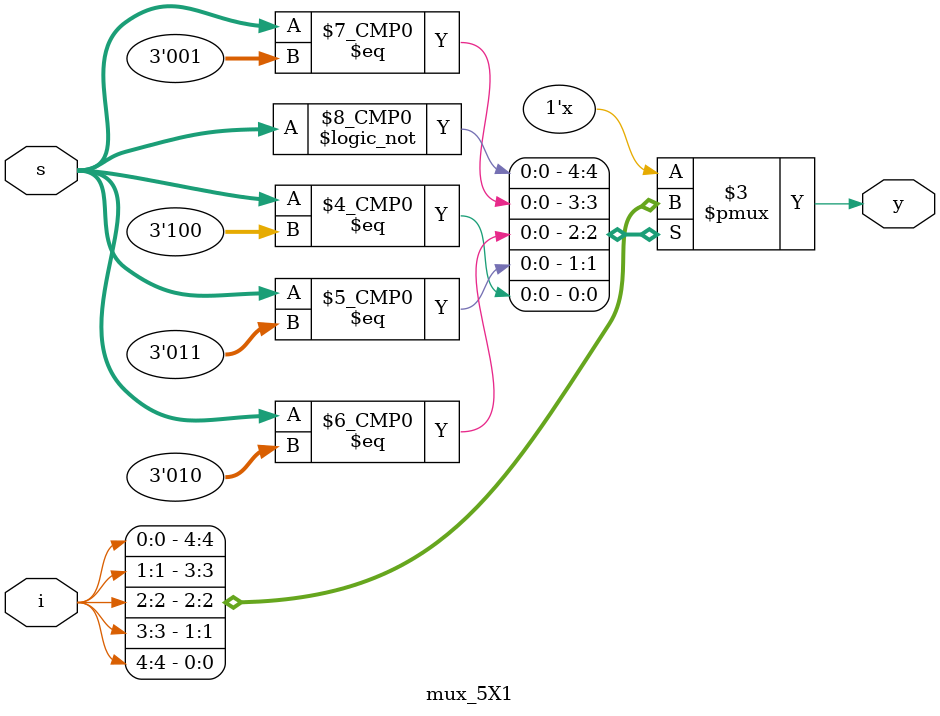
<source format=v>
module mux_5X1(i,s,y);

	input [4:0]i;
	input [2:0]s;

	output reg y;

	always @(*) begin
		case(s)
			3'b000 : y=i[0];
			3'b001 : y=i[1];
			3'b010 : y=i[2];
			3'b011 : y=i[3];
			3'b100 : y=i[4];
			default : y=1'bx;
		endcase
	end

endmodule



 

</source>
